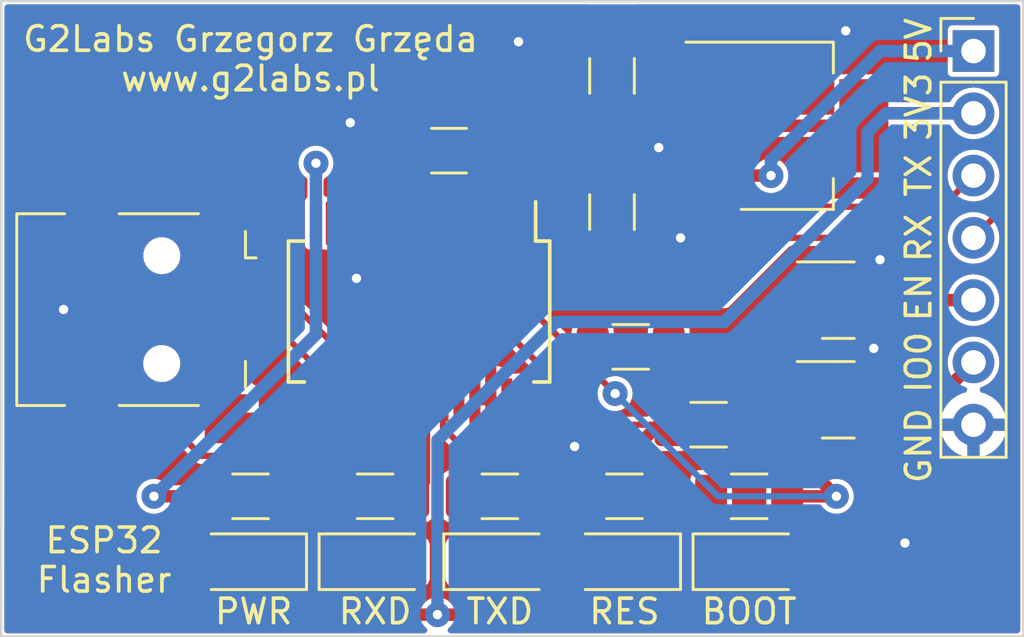
<source format=kicad_pcb>
(kicad_pcb (version 20221018) (generator pcbnew)
  (title_block (title "ESP32 programmer") (date "2023-08-23") (rev "1") (company "G2Labs Grzegorz Grzęda"))
  (layers (0 "F.Cu" signal) (31 "B.Cu" signal) (34 "B.Paste" user) (35 "F.Paste" user) (36 "B.SilkS" user "B.Silkscreen") (37 "F.SilkS" user "F.Silkscreen") (38 "B.Mask" user) (39 "F.Mask" user) (44 "Edge.Cuts" user))
  (net 0 "")
  (net 1 "Net-(U1-3V3OUT)")
  (net 2 "GND")
  (net 3 "+3V3")
  (net 4 "+5V")
  (net 5 "Net-(J1-D-)")
  (net 6 "Net-(J1-D+)")
  (net 8 "/TXD")
  (net 9 "/RXD")
  (net 10 "/EN")
  (net 11 "/IO0")
  (net 12 "Net-(Q1-B)")
  (net 13 "/RTS")
  (net 14 "Net-(Q2-B)")
  (net 15 "/DTR")
  (net 22 "Net-(D1-K)")
  (net 24 "Net-(D2-K)")
  (net 25 "Net-(D3-K)")
  (net 26 "Net-(D4-K)")
  (net 29 "Net-(D5-K)")
  (net 30 "/PWREN")
  (net 31 "/TXLED")
  (net 32 "/RXLED")
  (footprint "LED_SMD:LED_1206_3216Metric" (layer "F.Cu") (at 122.301 79.3115)
    (fp_text reference "D4" hide)
    (fp_text value "BOOT" (at 0 2.032 180) (layer "F.SilkS"))
    (fp_line (start -2.285 -1.135) (end -2.285 1.135) (stroke (width 0.12)) (layer "F.SilkS"))
    (fp_line (start -2.285 1.135) (end 1.6 1.135) (stroke (width 0.12)) (layer "F.SilkS"))
    (fp_line (start 1.6 -1.135) (end -2.285 -1.135) (stroke (width 0.12)) (layer "F.SilkS"))
    (pad "1" smd roundrect (at -1.4 0) (size 1.25 1.75) (layers "F.Cu" "F.Paste" "F.Mask") (roundrect_rratio 0.2) (net 26 "Net-(D4-K)"))
    (pad "2" smd roundrect (at 1.4 0) (size 1.25 1.75) (layers "F.Cu" "F.Paste" "F.Mask") (roundrect_rratio 0.2) (net 3 "+3V3"))
  )
  (footprint "Resistor_SMD:R_1206_3216Metric_Pad1.30x1.75mm_HandSolder" (layer "F.Cu") (at 117.475 70.5485)
    (fp_text reference "R2" hide)
    (fp_text value "10k" hide)
    (fp_line (start -0.727064 -0.91) (end 0.727064 -0.91) (stroke (width 0.12)) (layer "F.SilkS"))
    (fp_line (start -0.727064 0.91) (end 0.727064 0.91) (stroke (width 0.12)) (layer "F.SilkS"))
    (pad "1" smd roundrect (at -1.55 0) (size 1.3 1.75) (layers "F.Cu" "F.Paste" "F.Mask") (roundrect_rratio 0.1923076923) (net 15 "/DTR"))
    (pad "2" smd roundrect (at 1.55 0) (size 1.3 1.75) (layers "F.Cu" "F.Paste" "F.Mask") (roundrect_rratio 0.1923076923) (net 12 "Net-(Q1-B)"))
  )
  (footprint "Package_SO:SSOP-28_5.3x10.2mm_P0.65mm" (layer "F.Cu") (at 108.85 69.1075 -90)
    (fp_text reference "U1" hide)
    (fp_text value "FT232RL" hide)
    (fp_line (start -2.875 -5.325) (end -2.875 -4.75) (stroke (width 0.15)) (layer "F.SilkS"))
    (fp_line (start -2.875 -5.325) (end 2.875 -5.325) (stroke (width 0.15)) (layer "F.SilkS"))
    (fp_line (start -2.875 -4.75) (end -4.475 -4.75) (stroke (width 0.15)) (layer "F.SilkS"))
    (fp_line (start -2.875 5.325) (end -2.875 4.675) (stroke (width 0.15)) (layer "F.SilkS"))
    (fp_line (start -2.875 5.325) (end 2.875 5.325) (stroke (width 0.15)) (layer "F.SilkS"))
    (fp_line (start 2.875 -5.325) (end 2.875 -4.675) (stroke (width 0.15)) (layer "F.SilkS"))
    (fp_line (start 2.875 5.325) (end 2.875 4.675) (stroke (width 0.15)) (layer "F.SilkS"))
    (pad "1" smd rect (at -3.6 -4.225 270) (size 1.75 0.45) (layers "F.Cu" "F.Paste" "F.Mask") (net 8 "/TXD"))
    (pad "2" smd rect (at -3.6 -3.575 270) (size 1.75 0.45) (layers "F.Cu" "F.Paste" "F.Mask") (net 15 "/DTR"))
    (pad "3" smd rect (at -3.6 -2.925 270) (size 1.75 0.45) (layers "F.Cu" "F.Paste" "F.Mask") (net 13 "/RTS"))
    (pad "4" smd rect (at -3.6 -2.275 270) (size 1.75 0.45) (layers "F.Cu" "F.Paste" "F.Mask") (net 1 "Net-(U1-3V3OUT)"))
    (pad "5" smd rect (at -3.6 -1.625 270) (size 1.75 0.45) (layers "F.Cu" "F.Paste" "F.Mask") (net 9 "/RXD"))
    (pad "6" smd rect (at -3.6 -0.975 270) (size 1.75 0.45) (layers "F.Cu" "F.Paste" "F.Mask"))
    (pad "7" smd rect (at -3.6 -0.325 270) (size 1.75 0.45) (layers "F.Cu" "F.Paste" "F.Mask") (net 2 "GND"))
    (pad "8" smd rect (at -3.6 0.325 270) (size 1.75 0.45) (layers "F.Cu" "F.Paste" "F.Mask"))
    (pad "9" smd rect (at -3.6 0.975 270) (size 1.75 0.45) (layers "F.Cu" "F.Paste" "F.Mask"))
    (pad "10" smd rect (at -3.6 1.625 270) (size 1.75 0.45) (layers "F.Cu" "F.Paste" "F.Mask"))
    (pad "11" smd rect (at -3.6 2.275 270) (size 1.75 0.45) (layers "F.Cu" "F.Paste" "F.Mask"))
    (pad "12" smd rect (at -3.6 2.925 270) (size 1.75 0.45) (layers "F.Cu" "F.Paste" "F.Mask"))
    (pad "13" smd rect (at -3.6 3.575 270) (size 1.75 0.45) (layers "F.Cu" "F.Paste" "F.Mask"))
    (pad "14" smd rect (at -3.6 4.225 270) (size 1.75 0.45) (layers "F.Cu" "F.Paste" "F.Mask") (net 30 "/PWREN"))
    (pad "15" smd rect (at 3.6 4.225 270) (size 1.75 0.45) (layers "F.Cu" "F.Paste" "F.Mask") (net 6 "Net-(J1-D+)"))
    (pad "16" smd rect (at 3.6 3.575 270) (size 1.75 0.45) (layers "F.Cu" "F.Paste" "F.Mask") (net 5 "Net-(J1-D-)"))
    (pad "17" smd rect (at 3.6 2.925 270) (size 1.75 0.45) (layers "F.Cu" "F.Paste" "F.Mask") (net 1 "Net-(U1-3V3OUT)"))
    (pad "18" smd rect (at 3.6 2.275 270) (size 1.75 0.45) (layers "F.Cu" "F.Paste" "F.Mask") (net 2 "GND"))
    (pad "19" smd rect (at 3.6 1.625 270) (size 1.75 0.45) (layers "F.Cu" "F.Paste" "F.Mask"))
    (pad "20" smd rect (at 3.6 0.975 270) (size 1.75 0.45) (layers "F.Cu" "F.Paste" "F.Mask") (net 4 "+5V"))
    (pad "21" smd rect (at 3.6 0.325 270) (size 1.75 0.45) (layers "F.Cu" "F.Paste" "F.Mask") (net 2 "GND"))
    (pad "22" smd rect (at 3.6 -0.325 270) (size 1.75 0.45) (layers "F.Cu" "F.Paste" "F.Mask") (net 32 "/RXLED"))
    (pad "23" smd rect (at 3.6 -0.975 270) (size 1.75 0.45) (layers "F.Cu" "F.Paste" "F.Mask") (net 31 "/TXLED"))
    (pad "24" smd rect (at 3.6 -1.625 270) (size 1.75 0.45) (layers "F.Cu" "F.Paste" "F.Mask"))
    (pad "25" smd rect (at 3.6 -2.275 270) (size 1.75 0.45) (layers "F.Cu" "F.Paste" "F.Mask") (net 2 "GND"))
    (pad "26" smd rect (at 3.6 -2.925 270) (size 1.75 0.45) (layers "F.Cu" "F.Paste" "F.Mask") (net 2 "GND"))
    (pad "27" smd rect (at 3.6 -3.575 270) (size 1.75 0.45) (layers "F.Cu" "F.Paste" "F.Mask"))
    (pad "28" smd rect (at 3.6 -4.225 270) (size 1.75 0.45) (layers "F.Cu" "F.Paste" "F.Mask"))
  )
  (footprint "LED_SMD:LED_1206_3216Metric" (layer "F.Cu") (at 112.141 79.3115)
    (fp_text reference "D2" hide)
    (fp_text value "TXD" (at 0 2.032 180) (layer "F.SilkS"))
    (fp_line (start -2.285 -1.135) (end -2.285 1.135) (stroke (width 0.12)) (layer "F.SilkS"))
    (fp_line (start -2.285 1.135) (end 1.6 1.135) (stroke (width 0.12)) (layer "F.SilkS"))
    (fp_line (start 1.6 -1.135) (end -2.285 -1.135) (stroke (width 0.12)) (layer "F.SilkS"))
    (pad "1" smd roundrect (at -1.4 0) (size 1.25 1.75) (layers "F.Cu" "F.Paste" "F.Mask") (roundrect_rratio 0.2) (net 24 "Net-(D2-K)"))
    (pad "2" smd roundrect (at 1.4 0) (size 1.25 1.75) (layers "F.Cu" "F.Paste" "F.Mask") (roundrect_rratio 0.2) (net 3 "+3V3"))
  )
  (footprint "Resistor_SMD:R_1206_3216Metric_Pad1.30x1.75mm_HandSolder" (layer "F.Cu") (at 112.141 76.6445 180)
    (fp_text reference "R4" hide)
    (fp_text value "330R" hide)
    (fp_line (start -0.727064 -0.91) (end 0.727064 -0.91) (stroke (width 0.12)) (layer "F.SilkS"))
    (fp_line (start -0.727064 0.91) (end 0.727064 0.91) (stroke (width 0.12)) (layer "F.SilkS"))
    (pad "1" smd roundrect (at -1.55 0 180) (size 1.3 1.75) (layers "F.Cu" "F.Paste" "F.Mask") (roundrect_rratio 0.1923076923) (net 31 "/TXLED"))
    (pad "2" smd roundrect (at 1.55 0 180) (size 1.3 1.75) (layers "F.Cu" "F.Paste" "F.Mask") (roundrect_rratio 0.1923076923) (net 24 "Net-(D2-K)"))
  )
  (footprint "Resistor_SMD:R_1206_3216Metric_Pad1.30x1.75mm_HandSolder" (layer "F.Cu") (at 101.981 76.6445)
    (fp_text reference "R3" hide)
    (fp_text value "330R" hide)
    (fp_line (start -0.727064 -0.91) (end 0.727064 -0.91) (stroke (width 0.12)) (layer "F.SilkS"))
    (fp_line (start -0.727064 0.91) (end 0.727064 0.91) (stroke (width 0.12)) (layer "F.SilkS"))
    (pad "1" smd roundrect (at -1.55 0) (size 1.3 1.75) (layers "F.Cu" "F.Paste" "F.Mask") (roundrect_rratio 0.1923076923) (net 30 "/PWREN"))
    (pad "2" smd roundrect (at 1.55 0) (size 1.3 1.75) (layers "F.Cu" "F.Paste" "F.Mask") (roundrect_rratio 0.1923076923) (net 22 "Net-(D1-K)"))
  )
  (footprint "Capacitor_SMD:C_1206_3216Metric_Pad1.33x1.80mm_HandSolder" (layer "F.Cu") (at 110.0705 62.5475 180)
    (fp_text reference "C1" hide)
    (fp_text value "100n" hide)
    (fp_line (start -0.711252 -0.91) (end 0.711252 -0.91) (stroke (width 0.12)) (layer "F.SilkS"))
    (fp_line (start -0.711252 0.91) (end 0.711252 0.91) (stroke (width 0.12)) (layer "F.SilkS"))
    (pad "1" smd roundrect (at -1.5625 0 180) (size 1.325 1.8) (layers "F.Cu" "F.Paste" "F.Mask") (roundrect_rratio 0.1886792453) (net 1 "Net-(U1-3V3OUT)"))
    (pad "2" smd roundrect (at 1.5625 0 180) (size 1.325 1.8) (layers "F.Cu" "F.Paste" "F.Mask") (roundrect_rratio 0.1886792453) (net 2 "GND"))
  )
  (footprint "Connector_USB:USB_Mini-B_Lumberg_2486_01_Horizontal" (layer "F.Cu") (at 98.365 69.0295 -90)
    (fp_text reference "J1" hide)
    (fp_text value "USB_B_Mini" hide)
    (fp_line (start -3.91 1.74) (end -3.91 -1.49) (stroke (width 0.12)) (layer "F.SilkS"))
    (fp_line (start -3.91 5.91) (end -3.91 3.96) (stroke (width 0.12)) (layer "F.SilkS"))
    (fp_line (start -3.19 -3.41) (end -2.11 -3.41) (stroke (width 0.12)) (layer "F.SilkS"))
    (fp_line (start -2.11 -3.41) (end -2.11 -3.84) (stroke (width 0.12)) (layer "F.SilkS"))
    (fp_line (start 2.11 -3.41) (end 3.19 -3.41) (stroke (width 0.12)) (layer "F.SilkS"))
    (fp_line (start 3.91 1.74) (end 3.91 -1.49) (stroke (width 0.12)) (layer "F.SilkS"))
    (fp_line (start 3.91 5.91) (end -3.91 5.91) (stroke (width 0.12)) (layer "F.SilkS"))
    (fp_line (start 3.91 5.91) (end 3.91 3.96) (stroke (width 0.12)) (layer "F.SilkS"))
    (pad "" np_thru_hole circle (at -2.2 0 270) (size 1 1) (drill 1) (layers "*.Cu" "*.Mask"))
    (pad "" np_thru_hole circle (at 2.2 0 270) (size 1 1) (drill 1) (layers "*.Cu" "*.Mask"))
    (pad "1" smd rect (at -1.6 -2.7 270) (size 0.5 2) (layers "F.Cu" "F.Paste" "F.Mask") (net 4 "+5V"))
    (pad "2" smd rect (at -0.8 -2.7 270) (size 0.5 2) (layers "F.Cu" "F.Paste" "F.Mask") (net 5 "Net-(J1-D-)"))
    (pad "3" smd rect (at 0 -2.7 270) (size 0.5 2) (layers "F.Cu" "F.Paste" "F.Mask") (net 6 "Net-(J1-D+)"))
    (pad "4" smd rect (at 0.8 -2.7 270) (size 0.5 2) (layers "F.Cu" "F.Paste" "F.Mask"))
    (pad "5" smd rect (at 1.6 -2.7 270) (size 0.5 2) (layers "F.Cu" "F.Paste" "F.Mask") (net 2 "GND"))
    (pad "6" smd rect (at -4.45 -2.6 270) (size 2 1.7) (layers "F.Cu" "F.Paste" "F.Mask") (net 2 "GND"))
    (pad "6" smd rect (at -4.45 2.85 270) (size 2 1.7) (layers "F.Cu" "F.Paste" "F.Mask") (net 2 "GND"))
    (pad "6" smd rect (at 4.45 -2.6 270) (size 2 1.7) (layers "F.Cu" "F.Paste" "F.Mask") (net 2 "GND"))
    (pad "6" smd rect (at 4.45 2.85 270) (size 2 1.7) (layers "F.Cu" "F.Paste" "F.Mask") (net 2 "GND"))
  )
  (footprint "Package_TO_SOT_SMD:SOT-23" (layer "F.Cu") (at 125.9355 72.7075)
    (fp_text reference "Q2" hide)
    (fp_text value "BC817" hide)
    (fp_line (start 0 -1.56) (end -1.675 -1.56) (stroke (width 0.12)) (layer "F.SilkS"))
    (fp_line (start 0 -1.56) (end 0.65 -1.56) (stroke (width 0.12)) (layer "F.SilkS"))
    (fp_line (start 0 1.56) (end -0.65 1.56) (stroke (width 0.12)) (layer "F.SilkS"))
    (fp_line (start 0 1.56) (end 0.65 1.56) (stroke (width 0.12)) (layer "F.SilkS"))
    (pad "1" smd roundrect (at -0.9375 -0.95) (size 1.475 0.6) (layers "F.Cu" "F.Paste" "F.Mask") (net 14 "Net-(Q2-B)"))
    (pad "2" smd roundrect (at -0.9375 0.95) (size 1.475 0.6) (layers "F.Cu" "F.Paste" "F.Mask") (net 15 "/DTR"))
    (pad "3" smd roundrect (at 0.9375 0) (size 1.475 0.6) (layers "F.Cu" "F.Paste" "F.Mask") (net 11 "/IO0"))
  )
  (footprint "Resistor_SMD:R_1206_3216Metric_Pad1.30x1.75mm_HandSolder" (layer "F.Cu") (at 120.65 73.7235 180)
    (fp_text reference "R1" hide)
    (fp_text value "10k" hide)
    (fp_line (start -0.727064 -0.91) (end 0.727064 -0.91) (stroke (width 0.12)) (layer "F.SilkS"))
    (fp_line (start -0.727064 0.91) (end 0.727064 0.91) (stroke (width 0.12)) (layer "F.SilkS"))
    (pad "1" smd roundrect (at -1.55 0 180) (size 1.3 1.75) (layers "F.Cu" "F.Paste" "F.Mask") (roundrect_rratio 0.1923076923) (net 14 "Net-(Q2-B)"))
    (pad "2" smd roundrect (at 1.55 0 180) (size 1.3 1.75) (layers "F.Cu" "F.Paste" "F.Mask") (roundrect_rratio 0.1923076923) (net 13 "/RTS"))
  )
  (footprint "Resistor_SMD:R_1206_3216Metric_Pad1.30x1.75mm_HandSolder" (layer "F.Cu") (at 107.061 76.6445 180)
    (fp_text reference "R5" hide)
    (fp_text value "330R" hide)
    (fp_line (start -0.727064 -0.91) (end 0.727064 -0.91) (stroke (width 0.12)) (layer "F.SilkS"))
    (fp_line (start -0.727064 0.91) (end 0.727064 0.91) (stroke (width 0.12)) (layer "F.SilkS"))
    (pad "1" smd roundrect (at -1.55 0 180) (size 1.3 1.75) (layers "F.Cu" "F.Paste" "F.Mask") (roundrect_rratio 0.1923076923) (net 32 "/RXLED"))
    (pad "2" smd roundrect (at 1.55 0 180) (size 1.3 1.75) (layers "F.Cu" "F.Paste" "F.Mask") (roundrect_rratio 0.1923076923) (net 25 "Net-(D3-K)"))
  )
  (footprint "Capacitor_SMD:C_1206_3216Metric_Pad1.33x1.80mm_HandSolder" (layer "F.Cu") (at 116.713 65.049 -90)
    (fp_text reference "C3" hide)
    (fp_text value "22u" hide)
    (fp_line (start -0.711252 -0.91) (end 0.711252 -0.91) (stroke (width 0.12)) (layer "F.SilkS"))
    (fp_line (start -0.711252 0.91) (end 0.711252 0.91) (stroke (width 0.12)) (layer "F.SilkS"))
    (pad "1" smd roundrect (at -1.5625 0 270) (size 1.325 1.8) (layers "F.Cu" "F.Paste" "F.Mask") (roundrect_rratio 0.1886792453) (net 4 "+5V"))
    (pad "2" smd roundrect (at 1.5625 0 270) (size 1.325 1.8) (layers "F.Cu" "F.Paste" "F.Mask") (roundrect_rratio 0.1886792453) (net 2 "GND"))
  )
  (footprint "LED_SMD:LED_1206_3216Metric" (layer "F.Cu") (at 101.978 79.3115 180)
    (fp_text reference "D1" hide)
    (fp_text value "PWR" (at -0.13 -2.032 180) (layer "F.SilkS"))
    (fp_line (start -2.285 -1.135) (end -2.285 1.135) (stroke (width 0.12)) (layer "F.SilkS"))
    (fp_line (start -2.285 1.135) (end 1.6 1.135) (stroke (width 0.12)) (layer "F.SilkS"))
    (fp_line (start 1.6 -1.135) (end -2.285 -1.135) (stroke (width 0.12)) (layer "F.SilkS"))
    (pad "1" smd roundrect (at -1.4 0 180) (size 1.25 1.75) (layers "F.Cu" "F.Paste" "F.Mask") (roundrect_rratio 0.2) (net 22 "Net-(D1-K)"))
    (pad "2" smd roundrect (at 1.4 0 180) (size 1.25 1.75) (layers "F.Cu" "F.Paste" "F.Mask") (roundrect_rratio 0.2) (net 3 "+3V3"))
  )
  (footprint "LED_SMD:LED_1206_3216Metric" (layer "F.Cu") (at 117.221 79.3115 180)
    (fp_text reference "D5" hide)
    (fp_text value "RES" (at 0 -2.032 180) (layer "F.SilkS"))
    (fp_line (start -2.285 -1.135) (end -2.285 1.135) (stroke (width 0.12)) (layer "F.SilkS"))
    (fp_line (start -2.285 1.135) (end 1.6 1.135) (stroke (width 0.12)) (layer "F.SilkS"))
    (fp_line (start 1.6 -1.135) (end -2.285 -1.135) (stroke (width 0.12)) (layer "F.SilkS"))
    (pad "1" smd roundrect (at -1.4 0 180) (size 1.25 1.75) (layers "F.Cu" "F.Paste" "F.Mask") (roundrect_rratio 0.2) (net 29 "Net-(D5-K)"))
    (pad "2" smd roundrect (at 1.4 0 180) (size 1.25 1.75) (layers "F.Cu" "F.Paste" "F.Mask") (roundrect_rratio 0.2) (net 3 "+3V3"))
  )
  (footprint "Resistor_SMD:R_1206_3216Metric_Pad1.30x1.75mm_HandSolder" (layer "F.Cu") (at 117.221 76.6445)
    (fp_text reference "R7" hide)
    (fp_text value "330R" hide)
    (fp_line (start -0.727064 -0.91) (end 0.727064 -0.91) (stroke (width 0.12)) (layer "F.SilkS"))
    (fp_line (start -0.727064 0.91) (end 0.727064 0.91) (stroke (width 0.12)) (layer "F.SilkS"))
    (pad "1" smd roundrect (at -1.55 0) (size 1.3 1.75) (layers "F.Cu" "F.Paste" "F.Mask") (roundrect_rratio 0.1923076923) (net 13 "/RTS"))
    (pad "2" smd roundrect (at 1.55 0) (size 1.3 1.75) (layers "F.Cu" "F.Paste" "F.Mask") (roundrect_rratio 0.1923076923) (net 29 "Net-(D5-K)"))
  )
  (footprint "Connector_PinHeader_2.54mm:PinHeader_1x07_P2.54mm_Vertical" (layer "F.Cu") (at 131.445 58.4835)
    (fp_text reference "J2" hide)
    (fp_text value "Conn_01x07" hide)
    (fp_line (start -1.33 -1.33) (end 0 -1.33) (stroke (width 0.12)) (layer "F.SilkS"))
    (fp_line (start -1.33 0) (end -1.33 -1.33) (stroke (width 0.12)) (layer "F.SilkS"))
    (fp_line (start -1.33 1.27) (end -1.33 16.57) (stroke (width 0.12)) (layer "F.SilkS"))
    (fp_line (start -1.33 1.27) (end 1.33 1.27) (stroke (width 0.12)) (layer "F.SilkS"))
    (fp_line (start -1.33 16.57) (end 1.33 16.57) (stroke (width 0.12)) (layer "F.SilkS"))
    (fp_line (start 1.33 1.27) (end 1.33 16.57) (stroke (width 0.12)) (layer "F.SilkS"))
    (pad "1" thru_hole rect (at 0 0) (size 1.7 1.7) (drill 1) (layers "*.Cu" "*.Mask") (net 4 "+5V"))
    (pad "2" thru_hole oval (at 0 2.54) (size 1.7 1.7) (drill 1) (layers "*.Cu" "*.Mask") (net 3 "+3V3"))
    (pad "3" thru_hole oval (at 0 5.08) (size 1.7 1.7) (drill 1) (layers "*.Cu" "*.Mask") (net 8 "/TXD"))
    (pad "4" thru_hole oval (at 0 7.62) (size 1.7 1.7) (drill 1) (layers "*.Cu" "*.Mask") (net 9 "/RXD"))
    (pad "5" thru_hole oval (at 0 10.16) (size 1.7 1.7) (drill 1) (layers "*.Cu" "*.Mask") (net 10 "/EN"))
    (pad "6" thru_hole oval (at 0 12.7) (size 1.7 1.7) (drill 1) (layers "*.Cu" "*.Mask") (net 11 "/IO0"))
    (pad "7" thru_hole oval (at 0 15.24) (size 1.7 1.7) (drill 1) (layers "*.Cu" "*.Mask") (net 2 "GND"))
  )
  (footprint "Resistor_SMD:R_1206_3216Metric_Pad1.30x1.75mm_HandSolder" (layer "F.Cu") (at 122.301 76.6445 180)
    (fp_text reference "R6" hide)
    (fp_text value "330R" hide)
    (fp_line (start -0.727064 -0.91) (end 0.727064 -0.91) (stroke (width 0.12)) (layer "F.SilkS"))
    (fp_line (start -0.727064 0.91) (end 0.727064 0.91) (stroke (width 0.12)) (layer "F.SilkS"))
    (pad "1" smd roundrect (at -1.55 0 180) (size 1.3 1.75) (layers "F.Cu" "F.Paste" "F.Mask") (roundrect_rratio 0.1923076923) (net 15 "/DTR"))
    (pad "2" smd roundrect (at 1.55 0 180) (size 1.3 1.75) (layers "F.Cu" "F.Paste" "F.Mask") (roundrect_rratio 0.1923076923) (net 26 "Net-(D4-K)"))
  )
  (footprint "Package_TO_SOT_SMD:SOT-23" (layer "F.Cu") (at 125.9355 68.6435)
    (fp_text reference "Q1" hide)
    (fp_text value "BC817" hide)
    (fp_line (start 0 -1.56) (end -1.675 -1.56) (stroke (width 0.12)) (layer "F.SilkS"))
    (fp_line (start 0 -1.56) (end 0.65 -1.56) (stroke (width 0.12)) (layer "F.SilkS"))
    (fp_line (start 0 1.56) (end -0.65 1.56) (stroke (width 0.12)) (layer "F.SilkS"))
    (fp_line (start 0 1.56) (end 0.65 1.56) (stroke (width 0.12)) (layer "F.SilkS"))
    (pad "1" smd roundrect (at -0.9375 -0.95) (size 1.475 0.6) (layers "F.Cu" "F.Paste" "F.Mask") (net 12 "Net-(Q1-B)"))
    (pad "2" smd roundrect (at -0.9375 0.95) (size 1.475 0.6) (layers "F.Cu" "F.Paste" "F.Mask") (net 13 "/RTS"))
    (pad "3" smd roundrect (at 0.9375 0) (size 1.475 0.6) (layers "F.Cu" "F.Paste" "F.Mask") (net 10 "/EN"))
  )
  (footprint "Capacitor_SMD:C_1206_3216Metric_Pad1.33x1.80mm_HandSolder" (layer "F.Cu") (at 116.713 59.4995 90)
    (fp_text reference "C2" hide)
    (fp_text value "22u" hide)
    (fp_line (start -0.711252 -0.91) (end 0.711252 -0.91) (stroke (width 0.12)) (layer "F.SilkS"))
    (fp_line (start -0.711252 0.91) (end 0.711252 0.91) (stroke (width 0.12)) (layer "F.SilkS"))
    (pad "1" smd roundrect (at -1.5625 0 90) (size 1.325 1.8) (layers "F.Cu" "F.Paste" "F.Mask") (roundrect_rratio 0.1886792453) (net 3 "+3V3"))
    (pad "2" smd roundrect (at 1.5625 0 90) (size 1.325 1.8) (layers "F.Cu" "F.Paste" "F.Mask") (roundrect_rratio 0.1886792453) (net 2 "GND"))
  )
  (footprint "Package_TO_SOT_SMD:SOT-223-3_TabPin2" (layer "F.Cu") (at 123.825 61.5315)
    (fp_text reference "U2" hide)
    (fp_text value "AMS1117-3.3" hide)
    (fp_line (start -4.1 -3.41) (end 1.91 -3.41) (stroke (width 0.12)) (layer "F.SilkS"))
    (fp_line (start -1.85 3.41) (end 1.91 3.41) (stroke (width 0.12)) (layer "F.SilkS"))
    (fp_line (start 1.91 -3.41) (end 1.91 -2.15) (stroke (width 0.12)) (layer "F.SilkS"))
    (fp_line (start 1.91 3.41) (end 1.91 2.15) (stroke (width 0.12)) (layer "F.SilkS"))
    (pad "1" smd rect (at -3.15 -2.3) (size 2 1.5) (layers "F.Cu" "F.Paste" "F.Mask") (net 2 "GND"))
    (pad "2" smd rect (at -3.15 0) (size 2 1.5) (layers "F.Cu" "F.Paste" "F.Mask") (net 3 "+3V3"))
    (pad "2" smd rect (at 3.15 0) (size 2 3.8) (layers "F.Cu" "F.Paste" "F.Mask") (net 3 "+3V3"))
    (pad "3" smd rect (at -3.15 2.3) (size 2 1.5) (layers "F.Cu" "F.Paste" "F.Mask") (net 4 "+5V"))
  )
  (footprint "LED_SMD:LED_1206_3216Metric" (layer "F.Cu") (at 107.061 79.3115)
    (fp_text reference "D3" hide)
    (fp_text value "RXD" (at 0 2.032) (layer "F.SilkS"))
    (fp_line (start -2.285 -1.135) (end -2.285 1.135) (stroke (width 0.12)) (layer "F.SilkS"))
    (fp_line (start -2.285 1.135) (end 1.6 1.135) (stroke (width 0.12)) (layer "F.SilkS"))
    (fp_line (start 1.6 -1.135) (end -2.285 -1.135) (stroke (width 0.12)) (layer "F.SilkS"))
    (pad "1" smd roundrect (at -1.4 0) (size 1.25 1.75) (layers "F.Cu" "F.Paste" "F.Mask") (roundrect_rratio 0.2) (net 25 "Net-(D3-K)"))
    (pad "2" smd roundrect (at 1.4 0) (size 1.25 1.75) (layers "F.Cu" "F.Paste" "F.Mask") (roundrect_rratio 0.2) (net 3 "+3V3"))
  )
  (gr_rect (start 91.821 56.4515) (end 133.477 82.3595) (stroke (width 0.1)) (fill none) (layer "Edge.Cuts"))
  (gr_text "RX" (at 129.794 67.183 90) (layer "F.SilkS") (effects (font (size 1 1)) (justify left bottom)))
  (gr_text "IO0" (at 129.794 72.517 90) (layer "F.SilkS") (effects (font (size 1 1)) (justify left bottom)))
  (gr_text "TX" (at 129.794 64.516 90) (layer "F.SilkS") (effects (font (size 1 1)) (justify left bottom)))
  (gr_text "GND" (at 129.794 76.2 90) (layer "F.SilkS") (effects (font (size 1 1)) (justify left bottom)))
  (gr_text "5V" (at 129.794 59.055 90) (layer "F.SilkS") (effects (font (size 1 1)) (justify left bottom)))
  (gr_text "ESP32\nFlasher" (at 96.012 79.248) (layer "F.SilkS") (effects (font (size 1 1))))
  (gr_text "3V3" (at 129.794 62.23 90) (layer "F.SilkS") (effects (font (size 1 1)) (justify left bottom)))
  (gr_text "EN" (at 129.794 69.596 90) (layer "F.SilkS") (effects (font (size 1 1)) (justify left bottom)))
  (gr_text "G2Labs Grzegorz Grzęda\nwww.g2labs.pl" (at 101.981 58.801) (layer "F.SilkS") (effects (font (size 1 1))))
  (segment (start 111.125 65.5075) (end 111.125 63.0555) (width 0.25) (layer "F.Cu") (net 1))
  (segment (start 105.925 72.7075) (end 105.925 69.7935) (width 0.25) (layer "F.Cu") (net 1))
  (segment (start 111.125 63.0555) (end 111.633 62.5475) (width 0.25) (layer "F.Cu") (net 1))
  (segment (start 111.125 66.6325) (end 107.964 69.7935) (width 0.25) (layer "F.Cu") (net 1))
  (segment (start 111.125 65.5075) (end 111.125 66.6325) (width 0.25) (layer "F.Cu") (net 1))
  (segment (start 107.964 69.7935) (end 105.925 69.7935) (width 0.25) (layer "F.Cu") (net 1))
  (segment (start 101.065 73.3795) (end 100.965 73.4795) (width 0.25) (layer "F.Cu") (net 2))
  (via (at 106.045 61.4045) (size 1.016) (drill 0.381) (layers "F.Cu" "B.Cu") (net 2))
  (via (at 127.381 70.612) (size 1.016) (drill 0.381) (layers "F.Cu" "B.Cu") (net 2))
  (via (at 127.635 66.9925) (size 1.016) (drill 0.381) (layers "F.Cu" "B.Cu") (net 2))
  (via (at 119.507 66.1035) (size 1.016) (drill 0.381) (layers "F.Cu" "B.Cu") (net 2))
  (via (at 115.189 74.6125) (size 1.016) (drill 0.381) (layers "F.Cu" "B.Cu") (net 2))
  (via (at 94.361 69.0245) (size 1.016) (drill 0.381) (layers "F.Cu" "B.Cu") (net 2))
  (via (at 106.299 67.7545) (size 1.016) (drill 0.381) (layers "F.Cu" "B.Cu") (net 2))
  (via (at 112.903 58.1025) (size 1.016) (drill 0.381) (layers "F.Cu" "B.Cu") (net 2))
  (via (at 126.238 57.658) (size 1.016) (drill 0.381) (layers "F.Cu" "B.Cu") (net 2))
  (via (at 128.651 78.5495) (size 1.016) (drill 0.381) (layers "F.Cu" "B.Cu") (net 2))
  (via (at 118.618 62.4205) (size 1.016) (drill 0.381) (layers "F.Cu" "B.Cu") (net 2))
  (segment (start 123.701 79.3115) (end 123.701 80.0705) (width 0.508) (layer "F.Cu") (net 3))
  (segment (start 116.713 61.062) (end 120.2055 61.062) (width 0.508) (layer "F.Cu") (net 3))
  (segment (start 126.975 61.5315) (end 120.675 61.5315) (width 0.508) (layer "F.Cu") (net 3))
  (segment (start 113.541 81.4675) (end 113.538 81.4705) (width 0.508) (layer "F.Cu") (net 3))
  (segment (start 113.541 79.3115) (end 115.821 79.3115) (width 0.508) (layer "F.Cu") (net 3))
  (segment (start 108.461 81.4675) (end 108.458 81.4705) (width 0.508) (layer "F.Cu") (net 3))
  (segment (start 100.578 79.3115) (end 100.578 80.7025) (width 0.508) (layer "F.Cu") (net 3))
  (segment (start 123.701 80.0705) (end 122.301 81.4705) (width 0.508) (layer "F.Cu") (net 3))
  (segment (start 108.461 79.3115) (end 108.461 81.4675) (width 0.508) (layer "F.Cu") (net 3))
  (segment (start 108.458 81.4705) (end 113.538 81.4705) (width 0.508) (layer "F.Cu") (net 3))
  (segment (start 101.346 81.4705) (end 108.458 81.4705) (width 0.508) (layer "F.Cu") (net 3))
  (segment (start 127.483 61.0235) (end 126.975 61.5315) (width 0.508) (layer "F.Cu") (net 3))
  (segment (start 120.2055 61.062) (end 120.675 61.5315) (width 0.508) (layer "F.Cu") (net 3))
  (segment (start 131.445 61.0235) (end 127.483 61.0235) (width 0.508) (layer "F.Cu") (net 3))
  (segment (start 122.301 81.4705) (end 113.538 81.4705) (width 0.508) (layer "F.Cu") (net 3))
  (segment (start 100.578 80.7025) (end 101.346 81.4705) (width 0.508) (layer "F.Cu") (net 3))
  (segment (start 113.541 79.3115) (end 113.541 81.4675) (width 0.508) (layer "F.Cu") (net 3))
  (via (at 109.601 81.4705) (size 1.016) (drill 0.381) (layers "F.Cu" "B.Cu") (net 3))
  (segment (start 127.889 61.0235) (end 127.127 61.7855) (width 0.508) (layer "B.Cu") (net 3))
  (segment (start 109.601 74.3585) (end 109.601 81.4705) (width 0.508) (layer "B.Cu") (net 3))
  (segment (start 127.127 61.7855) (end 127.127 63.6905) (width 0.508) (layer "B.Cu") (net 3))
  (segment (start 121.285 69.5325) (end 114.427 69.5325) (width 0.508) (layer "B.Cu") (net 3))
  (segment (start 123.698 67.1195) (end 121.285 69.5325) (width 0.508) (layer "B.Cu") (net 3))
  (segment (start 114.427 69.5325) (end 109.601 74.3585) (width 0.508) (layer "B.Cu") (net 3))
  (segment (start 131.445 61.0235) (end 127.889 61.0235) (width 0.508) (layer "B.Cu") (net 3))
  (segment (start 127.127 63.6905) (end 123.698 67.1195) (width 0.508) (layer "B.Cu") (net 3))
  (segment (start 102.87 61.6585) (end 102.87 66.1035) (width 0.508) (layer "F.Cu") (net 4))
  (segment (start 97.155 72.1735) (end 97.155 70.0855) (width 0.254) (layer "F.Cu") (net 4))
  (segment (start 101.544 67.4295) (end 101.065 67.4295) (width 0.508) (layer "F.Cu") (net 4))
  (segment (start 99.811 67.4295) (end 101.065 67.4295) (width 0.254) (layer "F.Cu") (net 4))
  (segment (start 116.713 63.4865) (end 116.128 63.4865) (width 0.508) (layer "F.Cu") (net 4))
  (segment (start 107.315 74.9935) (end 99.975 74.9935) (width 0.254) (layer "F.Cu") (net 4))
  (segment (start 104.775 59.7535) (end 102.87 61.6585) (width 0.508) (layer "F.Cu") (net 4))
  (segment (start 116.128 63.4865) (end 112.395 59.7535) (width 0.508) (layer "F.Cu") (net 4))
  (segment (start 99.975 74.9935) (end 97.155 72.1735) (width 0.254) (layer "F.Cu") (net 4))
  (segment (start 120.943 63.5635) (end 120.675 63.8315) (width 0.508) (layer "F.Cu") (net 4))
  (segment (start 123.19 63.5635) (end 120.943 63.5635) (width 0.508) (layer "F.Cu") (net 4))
  (segment (start 107.875 74.4335) (end 107.315 74.9935) (width 0.254) (layer "F.Cu") (net 4))
  (segment (start 120.675 63.8315) (end 117.058 63.8315) (width 0.508) (layer "F.Cu") (net 4))
  (segment (start 117.058 63.8315) (end 116.713 63.4865) (width 0.508) (layer "F.Cu") (net 4))
  (segment (start 112.395 59.7535) (end 104.775 59.7535) (width 0.508) (layer "F.Cu") (net 4))
  (segment (start 107.875 72.7075) (end 107.875 74.4335) (width 0.254) (layer "F.Cu") (net 4))
  (segment (start 97.155 70.0855) (end 99.811 67.4295) (width 0.254) (layer "F.Cu") (net 4))
  (segment (start 102.87 66.1035) (end 101.544 67.4295) (width 0.508) (layer "F.Cu") (net 4))
  (via (at 123.19 63.5635) (size 1.016) (drill 0.381) (layers "F.Cu" "B.Cu") (net 4))
  (segment (start 123.19 62.9285) (end 127.635 58.4835) (width 0.508) (layer "B.Cu") (net 4))
  (segment (start 127.635 58.4835) (end 131.445 58.4835) (width 0.508) (layer "B.Cu") (net 4))
  (segment (start 123.19 63.5635) (end 123.19 62.9285) (width 0.508) (layer "B.Cu") (net 4))
  (segment (start 103.1415 68.2295) (end 105.275 70.363) (width 0.25) (layer "F.Cu") (net 5))
  (segment (start 105.275 70.363) (end 105.275 72.7075) (width 0.25) (layer "F.Cu") (net 5))
  (segment (start 101.065 68.2295) (end 103.1415 68.2295) (width 0.25) (layer "F.Cu") (net 5))
  (segment (start 102.315 69.0295) (end 104.625 71.3395) (width 0.25) (layer "F.Cu") (net 6))
  (segment (start 104.625 71.3395) (end 104.625 72.7075) (width 0.25) (layer "F.Cu") (net 6))
  (segment (start 101.065 69.0295) (end 102.315 69.0295) (width 0.25) (layer "F.Cu") (net 6))
  (segment (start 123.825 66.1035) (end 121.285 68.6435) (width 0.254) (layer "F.Cu") (net 8))
  (segment (start 121.285 68.6435) (end 113.672052 68.6435) (width 0.254) (layer "F.Cu") (net 8))
  (segment (start 113.672052 68.6435) (end 113.075 68.046448) (width 0.254) (layer "F.Cu") (net 8))
  (segment (start 113.075 68.046448) (end 113.075 65.5075) (width 0.254) (layer "F.Cu") (net 8))
  (segment (start 131.445 63.5635) (end 128.905 66.1035) (width 0.254) (layer "F.Cu") (net 8))
  (segment (start 128.905 66.1035) (end 123.825 66.1035) (width 0.254) (layer "F.Cu") (net 8))
  (segment (start 120.015 68.0085) (end 123.19 64.8335) (width 0.254) (layer "F.Cu") (net 9))
  (segment (start 123.19 64.8335) (end 127.635 64.8335) (width 0.254) (layer "F.Cu") (net 9))
  (segment (start 114.3 62.9285) (end 114.3 67.3735) (width 0.254) (layer "F.Cu") (net 9))
  (segment (start 132.08 62.2935) (end 132.715 62.9285) (width 0.254) (layer "F.Cu") (net 9))
  (segment (start 132.715 62.9285) (end 132.715 64.8335) (width 0.254) (layer "F.Cu") (net 9))
  (segment (start 127.635 64.8335) (end 130.175 62.2935) (width 0.254) (layer "F.Cu") (net 9))
  (segment (start 114.3 67.3735) (end 114.935 68.0085) (width 0.254) (layer "F.Cu") (net 9))
  (segment (start 132.715 64.8335) (end 131.445 66.1035) (width 0.254) (layer "F.Cu") (net 9))
  (segment (start 112.692 61.3205) (end 114.3 62.9285) (width 0.254) (layer "F.Cu") (net 9))
  (segment (start 110.475 61.826999) (end 110.981499 61.3205) (width 0.254) (layer "F.Cu") (net 9))
  (segment (start 110.475 65.5075) (end 110.475 61.826999) (width 0.254) (layer "F.Cu") (net 9))
  (segment (start 130.175 62.2935) (end 132.08 62.2935) (width 0.254) (layer "F.Cu") (net 9))
  (segment (start 110.981499 61.3205) (end 112.692 61.3205) (width 0.254) (layer "F.Cu") (net 9))
  (segment (start 114.935 68.0085) (end 120.015 68.0085) (width 0.254) (layer "F.Cu") (net 9))
  (segment (start 126.873 68.6435) (end 131.445 68.6435) (width 0.508) (layer "F.Cu") (net 10))
  (segment (start 126.873 72.7075) (end 129.921 72.7075) (width 0.508) (layer "F.Cu") (net 11))
  (segment (start 129.921 72.7075) (end 131.445 71.1835) (width 0.508) (layer "F.Cu") (net 11))
  (segment (start 119.025 70.5485) (end 122.143 70.5485) (width 0.508) (layer "F.Cu") (net 12))
  (segment (start 122.143 70.5485) (end 124.998 67.6935) (width 0.508) (layer "F.Cu") (net 12))
  (segment (start 115.697 76.6445) (end 118.618 73.7235) (width 0.508) (layer "F.Cu") (net 13))
  (segment (start 119.1 73.7235) (end 119.1 72.9655) (width 0.508) (layer "F.Cu") (net 13))
  (segment (start 116.205 73.7235) (end 119.1 73.7235) (width 0.254) (layer "F.Cu") (net 13))
  (segment (start 115.671 76.6445) (end 115.697 76.6445) (width 0.508) (layer "F.Cu") (net 13))
  (segment (start 119.1 72.9655) (end 120.247 71.8185) (width 0.508) (layer "F.Cu") (net 13))
  (segment (start 122.773 71.8185) (end 124.998 69.5935) (width 0.508) (layer "F.Cu") (net 13))
  (segment (start 118.618 73.7235) (end 119.1 73.7235) (width 0.508) (layer "F.Cu") (net 13))
  (segment (start 111.775 65.5075) (end 111.775 69.2935) (width 0.254) (layer "F.Cu") (net 13))
  (segment (start 111.775 69.2935) (end 116.205 73.7235) (width 0.254) (layer "F.Cu") (net 13))
  (segment (start 120.247 71.8185) (end 122.773 71.8185) (width 0.508) (layer "F.Cu") (net 13))
  (segment (start 122.2 73.7235) (end 123.032 73.7235) (width 0.508) (layer "F.Cu") (net 14))
  (segment (start 123.032 73.7235) (end 124.998 71.7575) (width 0.508) (layer "F.Cu") (net 14))
  (segment (start 124.998 75.7855) (end 125.857 76.6445) (width 0.508) (layer "F.Cu") (net 15))
  (segment (start 115.925 71.5385) (end 116.84 72.4535) (width 0.254) (layer "F.Cu") (net 15))
  (segment (start 124.998 73.6575) (end 124.998 75.7855) (width 0.508) (layer "F.Cu") (net 15))
  (segment (start 124.998 73.6575) (end 125.029 73.6575) (width 0.508) (layer "F.Cu") (net 15))
  (segment (start 125.349 76.6445) (end 125.857 76.6445) (width 0.508) (layer "F.Cu") (net 15))
  (segment (start 112.425 65.5075) (end 112.425 68.0385) (width 0.254) (layer "F.Cu") (net 15))
  (segment (start 112.425 68.0385) (end 114.935 70.5485) (width 0.254) (layer "F.Cu") (net 15))
  (segment (start 123.851 76.6445) (end 125.349 76.6445) (width 0.508) (layer "F.Cu") (net 15))
  (segment (start 115.925 70.5485) (end 115.925 71.5385) (width 0.254) (layer "F.Cu") (net 15))
  (segment (start 114.935 70.5485) (end 115.925 70.5485) (width 0.254) (layer "F.Cu") (net 15))
  (via (at 125.857 76.6445) (size 1.016) (drill 0.381) (layers "F.Cu" "B.Cu") (net 15))
  (via (at 116.84 72.4535) (size 1.016) (drill 0.381) (layers "F.Cu" "B.Cu") (net 15))
  (segment (start 116.84 72.4535) (end 121.031 76.6445) (width 0.254) (layer "B.Cu") (net 15))
  (segment (start 121.031 76.6445) (end 125.857 76.6445) (width 0.254) (layer "B.Cu") (net 15))
  (segment (start 103.378 76.7975) (end 103.531 76.6445) (width 0.508) (layer "F.Cu") (net 22))
  (segment (start 103.378 79.3115) (end 103.378 76.7975) (width 0.508) (layer "F.Cu") (net 22))
  (segment (start 110.741 76.7945) (end 110.591 76.6445) (width 0.508) (layer "F.Cu") (net 24))
  (segment (start 110.741 79.3115) (end 110.741 76.7945) (width 0.508) (layer "F.Cu") (net 24))
  (segment (start 105.661 79.3115) (end 105.661 76.7945) (width 0.508) (layer "F.Cu") (net 25))
  (segment (start 105.661 76.7945) (end 105.511 76.6445) (width 0.508) (layer "F.Cu") (net 25))
  (segment (start 120.901 79.3115) (end 120.901 76.7945) (width 0.508) (layer "F.Cu") (net 26))
  (segment (start 120.901 76.7945) (end 120.751 76.6445) (width 0.508) (layer "F.Cu") (net 26))
  (segment (start 118.621 79.3115) (end 118.621 76.7945) (width 0.508) (layer "F.Cu") (net 29))
  (segment (start 118.621 76.7945) (end 118.771 76.6445) (width 0.508) (layer "F.Cu") (net 29))
  (segment (start 104.625 65.5075) (end 104.625 63.0785) (width 0.254) (layer "F.Cu") (net 30))
  (segment (start 104.625 63.0785) (end 104.648 63.0555) (width 0.254) (layer "F.Cu") (net 30))
  (segment (start 100.431 76.6445) (end 98.044 76.6445) (width 0.508) (layer "F.Cu") (net 30))
  (via (at 98.044 76.6445) (size 1.016) (drill 0.381) (layers "F.Cu" "B.Cu") (net 30))
  (via (at 104.648 63.0555) (size 1.016) (drill 0.381) (layers "F.Cu" "B.Cu") (net 30))
  (segment (start 98.044 76.6445) (end 104.648 70.0405) (width 0.508) (layer "B.Cu") (net 30))
  (segment (start 104.648 70.0405) (end 104.648 63.0555) (width 0.508) (layer "B.Cu") (net 30))
  (segment (start 110.855 74.8665) (end 112.014 74.8665) (width 0.254) (layer "F.Cu") (net 31))
  (segment (start 109.825 72.7075) (end 109.825 73.8365) (width 0.254) (layer "F.Cu") (net 31))
  (segment (start 109.825 73.8365) (end 110.855 74.8665) (width 0.254) (layer "F.Cu") (net 31))
  (segment (start 113.691 76.5435) (end 113.691 76.6445) (width 0.254) (layer "F.Cu") (net 31))
  (segment (start 112.014 74.8665) (end 113.691 76.5435) (width 0.254) (layer "F.Cu") (net 31))
  (segment (start 109.175 76.0805) (end 108.611 76.6445) (width 0.254) (layer "F.Cu") (net 32))
  (segment (start 109.175 72.7075) (end 109.175 76.0805) (width 0.254) (layer "F.Cu") (net 32))
  (zone (net 2) (net_name "GND") (layer "F.Cu") (connect_pads (clearance 0.127)) (min_thickness 0.254) (fill yes (thermal_gap 0.5) (thermal_bridge_width 0.5))
    (polygon (pts (xy 91.970013 56.569695) (xy 133.35 56.5785) (xy 133.35 82.2325) (xy 91.948 82.2325)))
  )
  (zone (net 2) (net_name "GND") (layer "B.Cu") (priority 1) (connect_pads (clearance 0.127)) (min_thickness 0.254) (fill yes (thermal_gap 0.5) (thermal_bridge_width 0.5))
    (polygon (pts (xy 91.948 56.5785) (xy 133.35 56.5785) (xy 133.35 82.2325) (xy 91.948 82.2325)))
  )
)
</source>
